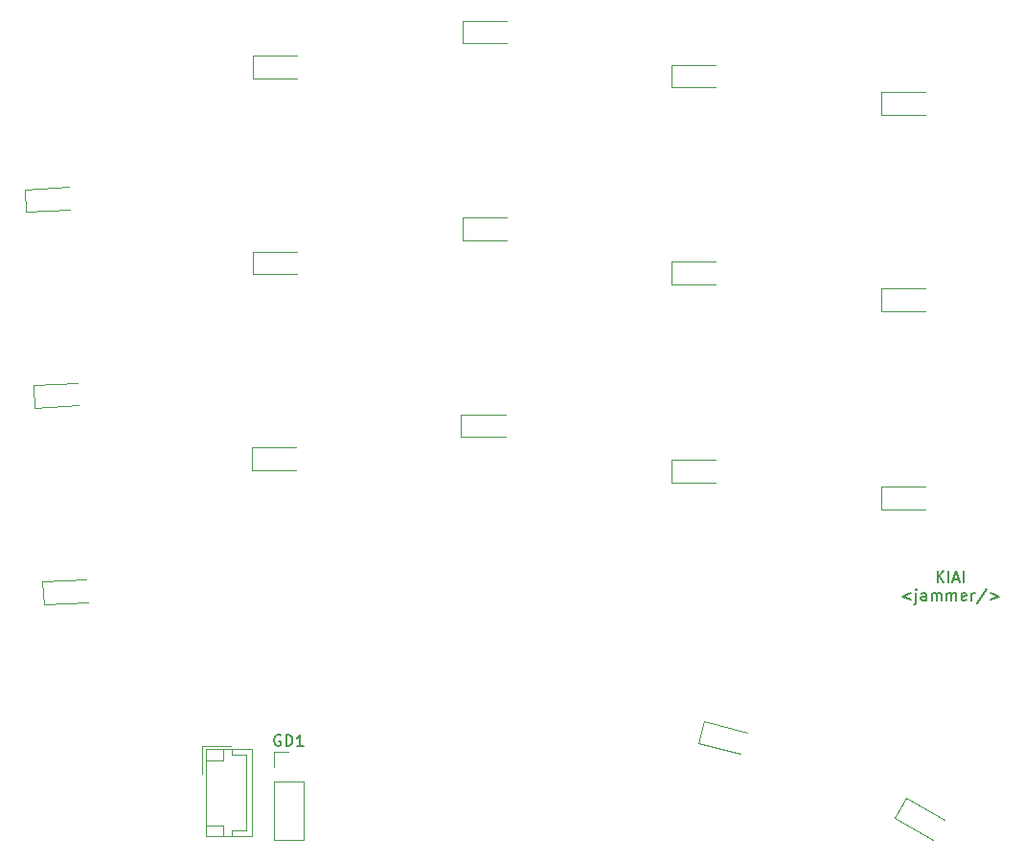
<source format=gbr>
%TF.GenerationSoftware,KiCad,Pcbnew,(6.0.7-1)-1*%
%TF.CreationDate,2022-11-03T20:53:44+08:00*%
%TF.ProjectId,kiai,6b696169-2e6b-4696-9361-645f70636258,rev?*%
%TF.SameCoordinates,Original*%
%TF.FileFunction,Legend,Top*%
%TF.FilePolarity,Positive*%
%FSLAX46Y46*%
G04 Gerber Fmt 4.6, Leading zero omitted, Abs format (unit mm)*
G04 Created by KiCad (PCBNEW (6.0.7-1)-1) date 2022-11-03 20:53:44*
%MOMM*%
%LPD*%
G01*
G04 APERTURE LIST*
%ADD10C,0.150000*%
%ADD11C,0.120000*%
G04 APERTURE END LIST*
D10*
X183433333Y18352619D02*
X183433333Y19352619D01*
X184004761Y18352619D02*
X183576190Y18924047D01*
X184004761Y19352619D02*
X183433333Y18781190D01*
X184433333Y18352619D02*
X184433333Y19352619D01*
X184861904Y18638333D02*
X185338095Y18638333D01*
X184766666Y18352619D02*
X185100000Y19352619D01*
X185433333Y18352619D01*
X185766666Y18352619D02*
X185766666Y19352619D01*
X181076190Y17409285D02*
X180314285Y17123571D01*
X181076190Y16837857D01*
X181552380Y17409285D02*
X181552380Y16552142D01*
X181504761Y16456904D01*
X181409523Y16409285D01*
X181361904Y16409285D01*
X181552380Y17742619D02*
X181504761Y17695000D01*
X181552380Y17647380D01*
X181600000Y17695000D01*
X181552380Y17742619D01*
X181552380Y17647380D01*
X182457142Y16742619D02*
X182457142Y17266428D01*
X182409523Y17361666D01*
X182314285Y17409285D01*
X182123809Y17409285D01*
X182028571Y17361666D01*
X182457142Y16790238D02*
X182361904Y16742619D01*
X182123809Y16742619D01*
X182028571Y16790238D01*
X181980952Y16885476D01*
X181980952Y16980714D01*
X182028571Y17075952D01*
X182123809Y17123571D01*
X182361904Y17123571D01*
X182457142Y17171190D01*
X182933333Y16742619D02*
X182933333Y17409285D01*
X182933333Y17314047D02*
X182980952Y17361666D01*
X183076190Y17409285D01*
X183219047Y17409285D01*
X183314285Y17361666D01*
X183361904Y17266428D01*
X183361904Y16742619D01*
X183361904Y17266428D02*
X183409523Y17361666D01*
X183504761Y17409285D01*
X183647619Y17409285D01*
X183742857Y17361666D01*
X183790476Y17266428D01*
X183790476Y16742619D01*
X184266666Y16742619D02*
X184266666Y17409285D01*
X184266666Y17314047D02*
X184314285Y17361666D01*
X184409523Y17409285D01*
X184552380Y17409285D01*
X184647619Y17361666D01*
X184695238Y17266428D01*
X184695238Y16742619D01*
X184695238Y17266428D02*
X184742857Y17361666D01*
X184838095Y17409285D01*
X184980952Y17409285D01*
X185076190Y17361666D01*
X185123809Y17266428D01*
X185123809Y16742619D01*
X185980952Y16790238D02*
X185885714Y16742619D01*
X185695238Y16742619D01*
X185600000Y16790238D01*
X185552380Y16885476D01*
X185552380Y17266428D01*
X185600000Y17361666D01*
X185695238Y17409285D01*
X185885714Y17409285D01*
X185980952Y17361666D01*
X186028571Y17266428D01*
X186028571Y17171190D01*
X185552380Y17075952D01*
X186457142Y16742619D02*
X186457142Y17409285D01*
X186457142Y17218809D02*
X186504761Y17314047D01*
X186552380Y17361666D01*
X186647619Y17409285D01*
X186742857Y17409285D01*
X187790476Y17790238D02*
X186933333Y16504523D01*
X188123809Y17409285D02*
X188885714Y17123571D01*
X188123809Y16837857D01*
%TO.C,GD1*%
X125385714Y4830000D02*
X125290476Y4877619D01*
X125147619Y4877619D01*
X125004761Y4830000D01*
X124909523Y4734761D01*
X124861904Y4639523D01*
X124814285Y4449047D01*
X124814285Y4306190D01*
X124861904Y4115714D01*
X124909523Y4020476D01*
X125004761Y3925238D01*
X125147619Y3877619D01*
X125242857Y3877619D01*
X125385714Y3925238D01*
X125433333Y3972857D01*
X125433333Y4306190D01*
X125242857Y4306190D01*
X125861904Y3877619D02*
X125861904Y4877619D01*
X126100000Y4877619D01*
X126242857Y4830000D01*
X126338095Y4734761D01*
X126385714Y4639523D01*
X126433333Y4449047D01*
X126433333Y4306190D01*
X126385714Y4115714D01*
X126338095Y4020476D01*
X126242857Y3925238D01*
X126100000Y3877619D01*
X125861904Y3877619D01*
X127385714Y3877619D02*
X126814285Y3877619D01*
X127100000Y3877619D02*
X127100000Y4877619D01*
X127004761Y4734761D01*
X126909523Y4639523D01*
X126814285Y4591904D01*
D11*
X124770000Y-4410000D02*
X127430000Y-4410000D01*
X124770000Y730000D02*
X124770000Y-4410000D01*
X124770000Y2000000D02*
X124770000Y3330000D01*
X127430000Y730000D02*
X127430000Y-4410000D01*
X124770000Y3330000D02*
X126100000Y3330000D01*
X124770000Y730000D02*
X127430000Y730000D01*
%TO.C,K15*%
X141350000Y33200000D02*
X141350000Y31200000D01*
X141350000Y31200000D02*
X145250000Y31200000D01*
X141350000Y33200000D02*
X145250000Y33200000D01*
%TO.C,K3*%
X159950000Y46684000D02*
X163850000Y46684000D01*
X159950000Y44684000D02*
X163850000Y44684000D01*
X159950000Y46684000D02*
X159950000Y44684000D01*
%TO.C,K1*%
X159950000Y27200000D02*
X163850000Y27200000D01*
X159950000Y29200000D02*
X163850000Y29200000D01*
X159950000Y29200000D02*
X159950000Y27200000D01*
%TO.C,K11*%
X122950000Y45600000D02*
X126850000Y45600000D01*
X122950000Y47600000D02*
X126850000Y47600000D01*
X122950000Y47600000D02*
X122950000Y45600000D01*
%TO.C,K13*%
X102800748Y53080874D02*
X102905420Y51083615D01*
X102800748Y53080874D02*
X106695403Y53284984D01*
X102905420Y51083615D02*
X106800075Y51287725D01*
%TO.C,K6*%
X178450000Y59700000D02*
X182350000Y59700000D01*
X178450000Y61700000D02*
X178450000Y59700000D01*
X178450000Y61700000D02*
X182350000Y61700000D01*
%TO.C,K12*%
X104336260Y18397998D02*
X108230915Y18602108D01*
X104336260Y18397998D02*
X104440932Y16400739D01*
X104440932Y16400739D02*
X108335587Y16604849D01*
%TO.C,K5*%
X178450000Y26800000D02*
X178450000Y24800000D01*
X178450000Y24800000D02*
X182350000Y24800000D01*
X178450000Y26800000D02*
X182350000Y26800000D01*
%TO.C,K16*%
X141450000Y68000000D02*
X141450000Y66000000D01*
X141450000Y68000000D02*
X145350000Y68000000D01*
X141450000Y66000000D02*
X145350000Y66000000D01*
%TO.C,K2*%
X159950000Y64100000D02*
X159950000Y62100000D01*
X159950000Y64100000D02*
X163850000Y64100000D01*
X159950000Y62100000D02*
X163850000Y62100000D01*
%TO.C,K4*%
X162820801Y6101602D02*
X166587912Y5092207D01*
X162303163Y4169750D02*
X166070274Y3160356D01*
X162820801Y6101602D02*
X162303163Y4169750D01*
%TO.C,K17*%
X141450000Y50600000D02*
X141450000Y48600000D01*
X141450000Y48600000D02*
X145350000Y48600000D01*
X141450000Y50600000D02*
X145350000Y50600000D01*
%TO.C,K10*%
X122950000Y64900000D02*
X122950000Y62900000D01*
X122950000Y62900000D02*
X126850000Y62900000D01*
X122950000Y64900000D02*
X126850000Y64900000D01*
%TO.C,K9*%
X122850000Y30300000D02*
X122850000Y28300000D01*
X122850000Y30300000D02*
X126750000Y30300000D01*
X122850000Y28300000D02*
X126750000Y28300000D01*
%TO.C,K14*%
X103536260Y35787041D02*
X103640932Y33789782D01*
X103640932Y33789782D02*
X107535587Y33993892D01*
X103536260Y35787041D02*
X107430915Y35991151D01*
%TO.C,K8*%
X179701444Y-2438139D02*
X183078943Y-4388139D01*
X180701444Y-706089D02*
X184078943Y-2656089D01*
X180701444Y-706089D02*
X179701444Y-2438139D01*
%TO.C,BT1*%
X121100000Y-3610000D02*
X121100000Y-4110000D01*
X120290000Y-3110000D02*
X118790000Y-3110000D01*
X118790000Y-4110000D02*
X122810000Y-4110000D01*
X120290000Y2610000D02*
X118790000Y2610000D01*
X122310000Y3110000D02*
X122310000Y-3610000D01*
X120290000Y-4110000D02*
X120290000Y-3110000D01*
X122810000Y-4110000D02*
X122810000Y3610000D01*
X118490000Y3910000D02*
X118490000Y1410000D01*
X118790000Y3610000D02*
X118790000Y-4110000D01*
X122310000Y-3610000D02*
X121100000Y-3610000D01*
X120990000Y3910000D02*
X118490000Y3910000D01*
X120290000Y3610000D02*
X120290000Y2610000D01*
X121100000Y3610000D02*
X121100000Y3110000D01*
X121100000Y3110000D02*
X122310000Y3110000D01*
X122810000Y3610000D02*
X118790000Y3610000D01*
%TO.C,K7*%
X178450000Y42356000D02*
X182350000Y42356000D01*
X178450000Y44356000D02*
X182350000Y44356000D01*
X178450000Y44356000D02*
X178450000Y42356000D01*
%TD*%
M02*

</source>
